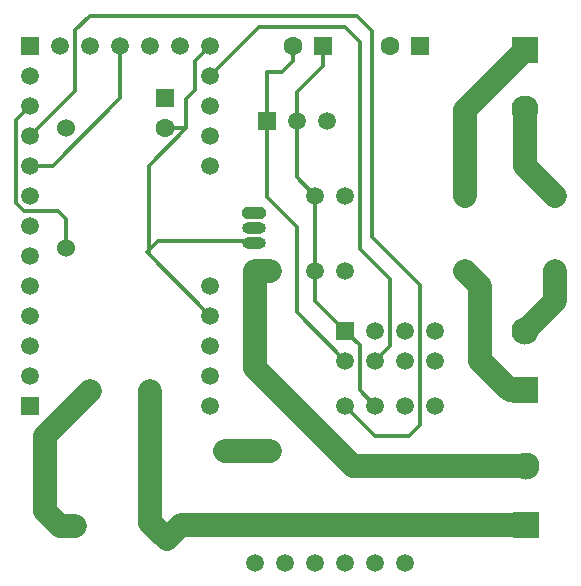
<source format=gbl>
G04 DipTrace 3.0.0.0*
G04 Bottom.GBL*
%MOIN*%
G04 #@! TF.FileFunction,Copper,L2,Bot*
G04 #@! TF.Part,Single*
%AMOUTLINE0*
4,1,8,
-0.029528,0.019685,
-0.03937,0.009843,
-0.03937,-0.009843,
-0.029528,-0.019685,
0.029528,-0.019685,
0.03937,-0.009843,
0.03937,0.009843,
0.029528,0.019685,
-0.029528,0.019685,
0*%
G04 #@! TA.AperFunction,Conductor*
%ADD13C,0.012992*%
%ADD14C,0.07874*%
G04 #@! TA.AperFunction,ComponentPad*
%ADD16R,0.062992X0.062992*%
%ADD17C,0.062992*%
%ADD18C,0.06*%
%ADD19C,0.06*%
%ADD20R,0.059055X0.059055*%
%ADD21C,0.059055*%
G04 #@! TA.AperFunction,BGAPad,Cudef*
%ADD22C,2.6E-5*%
G04 #@! TA.AperFunction,ComponentPad*
%ADD23O,0.07874X0.03937*%
%ADD24C,0.090551*%
%ADD25R,0.090551X0.090551*%
%ADD26C,0.059055*%
%ADD27C,0.07*%
%ADD28C,0.07*%
%ADD29C,0.066929*%
%ADD65OUTLINE0*%
%FSLAX26Y26*%
G04*
G70*
G90*
G75*
G01*
G04 Bottom*
%LPD*%
X1376181Y2193701D2*
D13*
Y2142718D1*
X1339665Y2106201D1*
X1288681D1*
Y1943701D1*
Y1688043D1*
X1387992Y1588732D1*
Y1306890D1*
X1551181Y1143701D1*
X1476181Y2193701D2*
Y2127559D1*
X1388681Y2040059D1*
Y1943701D1*
X1551181Y1243701D2*
X1600197Y1194685D1*
Y1044685D1*
X1651181Y993701D1*
X1451181Y1443701D2*
Y1343701D1*
X1551181Y1243701D1*
X1451181Y1693701D2*
Y1443701D1*
X1388681Y1943701D2*
Y1756201D1*
X1451181Y1693701D1*
X1101181Y2193701D2*
X1050197Y2142717D1*
Y2044685D1*
X1019930Y2014419D1*
Y1918701D1*
X894930Y1793701D1*
Y1499951D1*
X1101181Y1293701D1*
X1019930Y1918701D2*
X951181D1*
X1101181Y1293701D2*
X888681Y1506201D1*
X926181Y1543701D1*
X1244930D1*
Y1537451D1*
X1101181Y2093701D2*
X1263681Y2256201D1*
X1551181D1*
X1600197Y2207185D1*
Y1516728D1*
X1700197Y1416728D1*
Y1192717D1*
X1651181Y1143701D1*
X1151181Y843701D2*
D14*
X1301181D1*
X2152756Y595276D2*
X1002756D1*
X956102Y548622D1*
X946457Y558268D1*
X901181Y1043701D2*
Y603543D1*
X946457Y558268D1*
X651181Y593701D2*
X601181D1*
X551181Y643701D1*
Y843701D1*
Y893701D1*
X701181Y1043701D1*
X1301181Y1443701D2*
X1251181D1*
Y1118701D1*
X1577756Y792126D1*
X2152756D1*
X2151181Y1981201D2*
Y1793701D1*
X2251181Y1693701D1*
X2151181Y2178051D2*
X1951181Y1978051D1*
Y1693701D1*
X2151181Y1243701D2*
X2251181Y1343701D1*
Y1443701D1*
X2151181Y1046850D2*
X2098031D1*
X2001181Y1143701D1*
Y1393701D1*
X1951181Y1443701D1*
X501181Y1893701D2*
D13*
X650197Y2042717D1*
Y2244685D1*
X699213Y2293701D1*
X1588681D1*
X1638681Y2243702D1*
Y1556202D1*
X1800197Y1394686D1*
Y930217D1*
X1763681Y893701D1*
X1651181D1*
X1551181Y993701D1*
X619930Y1518702D2*
Y1616734D1*
X593946Y1642718D1*
X478150D1*
X452165Y1668701D1*
Y1944685D1*
X501181Y1993701D1*
Y1793701D2*
X576181D1*
X801181Y2018701D1*
Y2193701D1*
D16*
X951181Y2018701D3*
D17*
Y1918701D3*
D16*
X1801181Y2193701D3*
D17*
X1701181D3*
D16*
X1476181D3*
D17*
X1376181D3*
D18*
X619930Y1518702D3*
D19*
Y1918702D3*
D20*
X501181Y993701D3*
D21*
X1101181D3*
X501181Y1093701D3*
X1101181D3*
X501181Y1193701D3*
X1101181D3*
X501181Y1293701D3*
X1101181D3*
X501181Y1393701D3*
X1101181D3*
X501181Y1493701D3*
D22*
X1101181D3*
D21*
X501181Y1593701D3*
D22*
X1101181D3*
D21*
X501181Y1693701D3*
D22*
X1101181D3*
D21*
X501181Y1793701D3*
X1101181D3*
X501181Y1893701D3*
X1101181D3*
X501181Y1993701D3*
X1101181D3*
X501181Y2093701D3*
X1101181D3*
D65*
X1244930Y1637451D3*
D23*
Y1587451D3*
Y1537451D3*
D21*
X1101181Y2193701D3*
X901181Y1043701D3*
D20*
X501181Y2193701D3*
D21*
X701181Y1043701D3*
D24*
X2152756Y792126D3*
D25*
Y595276D3*
D24*
X2151181Y1981201D3*
D25*
Y2178051D3*
D24*
Y1243701D3*
D25*
Y1046850D3*
D21*
X1451181Y1693701D3*
X1551181D3*
X1951181D3*
X2251181D3*
X1451181Y1443701D3*
X1551181D3*
X1951181D3*
X2251181D3*
D20*
X1551181Y1243701D3*
D21*
Y1143701D3*
X1651181Y1243701D3*
Y1143701D3*
X1751181Y1243701D3*
Y1143701D3*
X1851181Y1243701D3*
Y1143701D3*
D26*
X1651181Y993701D3*
X1851181D3*
X1751181D3*
X1551181D3*
X601181Y2193701D3*
X1001181D3*
X901181D3*
X701181D3*
X801181D3*
X1251181Y468701D3*
X1351181D3*
X1451181D3*
X1551181D3*
X1651181D3*
X1751181D3*
D27*
X551181Y843701D3*
D28*
X1151181D3*
D27*
X1301181D3*
D28*
Y1443701D3*
D20*
X1288681Y1943701D3*
D21*
X1388681D3*
X1488681D3*
D29*
X651181Y593701D3*
X946457Y558268D3*
M02*

</source>
